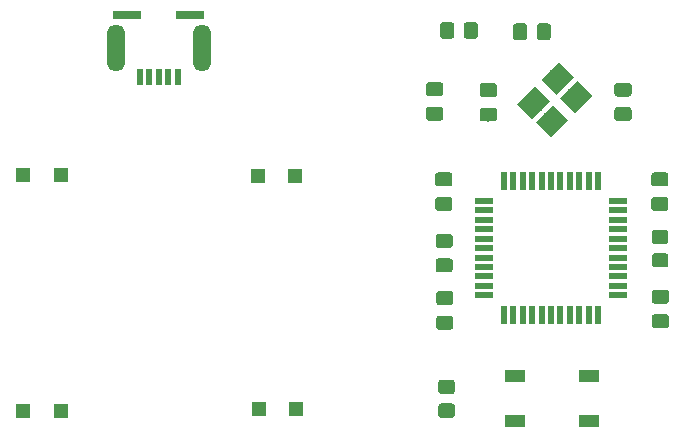
<source format=gbp>
G04 #@! TF.GenerationSoftware,KiCad,Pcbnew,(5.1.4-0-10_14)*
G04 #@! TF.CreationDate,2021-05-07T18:37:14+08:00*
G04 #@! TF.ProjectId,rqm-pcb,72716d2d-7063-4622-9e6b-696361645f70,rev?*
G04 #@! TF.SameCoordinates,Original*
G04 #@! TF.FileFunction,Paste,Bot*
G04 #@! TF.FilePolarity,Positive*
%FSLAX46Y46*%
G04 Gerber Fmt 4.6, Leading zero omitted, Abs format (unit mm)*
G04 Created by KiCad (PCBNEW (5.1.4-0-10_14)) date 2021-05-07 18:37:14*
%MOMM*%
%LPD*%
G04 APERTURE LIST*
%ADD10R,2.350000X0.800000*%
%ADD11R,0.500000X1.400000*%
%ADD12O,1.500000X4.000000*%
%ADD13C,0.100000*%
%ADD14C,1.175000*%
%ADD15R,1.200000X1.200000*%
%ADD16C,1.200000*%
%ADD17R,1.700000X1.000000*%
%ADD18R,1.500000X0.550000*%
%ADD19R,0.550000X1.500000*%
%ADD20C,1.800000*%
G04 APERTURE END LIST*
D10*
X104325000Y-77860000D03*
X98975000Y-77860000D03*
D11*
X100050000Y-83060000D03*
X100850000Y-83060000D03*
X101650000Y-83060000D03*
X102450000Y-83060000D03*
X103250000Y-83060000D03*
D12*
X98000000Y-80660000D03*
X105300000Y-80660000D03*
D13*
G36*
X130059504Y-85681204D02*
G01*
X130083773Y-85684804D01*
X130107571Y-85690765D01*
X130130671Y-85699030D01*
X130152849Y-85709520D01*
X130173893Y-85722133D01*
X130193598Y-85736747D01*
X130211777Y-85753223D01*
X130228253Y-85771402D01*
X130242867Y-85791107D01*
X130255480Y-85812151D01*
X130265970Y-85834329D01*
X130274235Y-85857429D01*
X130280196Y-85881227D01*
X130283796Y-85905496D01*
X130285000Y-85930000D01*
X130285000Y-86605000D01*
X130283796Y-86629504D01*
X130280196Y-86653773D01*
X130274235Y-86677571D01*
X130265970Y-86700671D01*
X130255480Y-86722849D01*
X130242867Y-86743893D01*
X130228253Y-86763598D01*
X130211777Y-86781777D01*
X130193598Y-86798253D01*
X130173893Y-86812867D01*
X130152849Y-86825480D01*
X130130671Y-86835970D01*
X130107571Y-86844235D01*
X130083773Y-86850196D01*
X130059504Y-86853796D01*
X130035000Y-86855000D01*
X129085000Y-86855000D01*
X129060496Y-86853796D01*
X129036227Y-86850196D01*
X129012429Y-86844235D01*
X128989329Y-86835970D01*
X128967151Y-86825480D01*
X128946107Y-86812867D01*
X128926402Y-86798253D01*
X128908223Y-86781777D01*
X128891747Y-86763598D01*
X128877133Y-86743893D01*
X128864520Y-86722849D01*
X128854030Y-86700671D01*
X128845765Y-86677571D01*
X128839804Y-86653773D01*
X128836204Y-86629504D01*
X128835000Y-86605000D01*
X128835000Y-85930000D01*
X128836204Y-85905496D01*
X128839804Y-85881227D01*
X128845765Y-85857429D01*
X128854030Y-85834329D01*
X128864520Y-85812151D01*
X128877133Y-85791107D01*
X128891747Y-85771402D01*
X128908223Y-85753223D01*
X128926402Y-85736747D01*
X128946107Y-85722133D01*
X128967151Y-85709520D01*
X128989329Y-85699030D01*
X129012429Y-85690765D01*
X129036227Y-85684804D01*
X129060496Y-85681204D01*
X129085000Y-85680000D01*
X130035000Y-85680000D01*
X130059504Y-85681204D01*
X130059504Y-85681204D01*
G37*
D14*
X129560000Y-86267500D03*
D13*
G36*
X130059504Y-83606204D02*
G01*
X130083773Y-83609804D01*
X130107571Y-83615765D01*
X130130671Y-83624030D01*
X130152849Y-83634520D01*
X130173893Y-83647133D01*
X130193598Y-83661747D01*
X130211777Y-83678223D01*
X130228253Y-83696402D01*
X130242867Y-83716107D01*
X130255480Y-83737151D01*
X130265970Y-83759329D01*
X130274235Y-83782429D01*
X130280196Y-83806227D01*
X130283796Y-83830496D01*
X130285000Y-83855000D01*
X130285000Y-84530000D01*
X130283796Y-84554504D01*
X130280196Y-84578773D01*
X130274235Y-84602571D01*
X130265970Y-84625671D01*
X130255480Y-84647849D01*
X130242867Y-84668893D01*
X130228253Y-84688598D01*
X130211777Y-84706777D01*
X130193598Y-84723253D01*
X130173893Y-84737867D01*
X130152849Y-84750480D01*
X130130671Y-84760970D01*
X130107571Y-84769235D01*
X130083773Y-84775196D01*
X130059504Y-84778796D01*
X130035000Y-84780000D01*
X129085000Y-84780000D01*
X129060496Y-84778796D01*
X129036227Y-84775196D01*
X129012429Y-84769235D01*
X128989329Y-84760970D01*
X128967151Y-84750480D01*
X128946107Y-84737867D01*
X128926402Y-84723253D01*
X128908223Y-84706777D01*
X128891747Y-84688598D01*
X128877133Y-84668893D01*
X128864520Y-84647849D01*
X128854030Y-84625671D01*
X128845765Y-84602571D01*
X128839804Y-84578773D01*
X128836204Y-84554504D01*
X128835000Y-84530000D01*
X128835000Y-83855000D01*
X128836204Y-83830496D01*
X128839804Y-83806227D01*
X128845765Y-83782429D01*
X128854030Y-83759329D01*
X128864520Y-83737151D01*
X128877133Y-83716107D01*
X128891747Y-83696402D01*
X128908223Y-83678223D01*
X128926402Y-83661747D01*
X128946107Y-83647133D01*
X128967151Y-83634520D01*
X128989329Y-83624030D01*
X129012429Y-83615765D01*
X129036227Y-83609804D01*
X129060496Y-83606204D01*
X129085000Y-83605000D01*
X130035000Y-83605000D01*
X130059504Y-83606204D01*
X130059504Y-83606204D01*
G37*
D14*
X129560000Y-84192500D03*
D13*
G36*
X141459504Y-83576204D02*
G01*
X141483773Y-83579804D01*
X141507571Y-83585765D01*
X141530671Y-83594030D01*
X141552849Y-83604520D01*
X141573893Y-83617133D01*
X141593598Y-83631747D01*
X141611777Y-83648223D01*
X141628253Y-83666402D01*
X141642867Y-83686107D01*
X141655480Y-83707151D01*
X141665970Y-83729329D01*
X141674235Y-83752429D01*
X141680196Y-83776227D01*
X141683796Y-83800496D01*
X141685000Y-83825000D01*
X141685000Y-84500000D01*
X141683796Y-84524504D01*
X141680196Y-84548773D01*
X141674235Y-84572571D01*
X141665970Y-84595671D01*
X141655480Y-84617849D01*
X141642867Y-84638893D01*
X141628253Y-84658598D01*
X141611777Y-84676777D01*
X141593598Y-84693253D01*
X141573893Y-84707867D01*
X141552849Y-84720480D01*
X141530671Y-84730970D01*
X141507571Y-84739235D01*
X141483773Y-84745196D01*
X141459504Y-84748796D01*
X141435000Y-84750000D01*
X140485000Y-84750000D01*
X140460496Y-84748796D01*
X140436227Y-84745196D01*
X140412429Y-84739235D01*
X140389329Y-84730970D01*
X140367151Y-84720480D01*
X140346107Y-84707867D01*
X140326402Y-84693253D01*
X140308223Y-84676777D01*
X140291747Y-84658598D01*
X140277133Y-84638893D01*
X140264520Y-84617849D01*
X140254030Y-84595671D01*
X140245765Y-84572571D01*
X140239804Y-84548773D01*
X140236204Y-84524504D01*
X140235000Y-84500000D01*
X140235000Y-83825000D01*
X140236204Y-83800496D01*
X140239804Y-83776227D01*
X140245765Y-83752429D01*
X140254030Y-83729329D01*
X140264520Y-83707151D01*
X140277133Y-83686107D01*
X140291747Y-83666402D01*
X140308223Y-83648223D01*
X140326402Y-83631747D01*
X140346107Y-83617133D01*
X140367151Y-83604520D01*
X140389329Y-83594030D01*
X140412429Y-83585765D01*
X140436227Y-83579804D01*
X140460496Y-83576204D01*
X140485000Y-83575000D01*
X141435000Y-83575000D01*
X141459504Y-83576204D01*
X141459504Y-83576204D01*
G37*
D14*
X140960000Y-84162500D03*
D13*
G36*
X141459504Y-85651204D02*
G01*
X141483773Y-85654804D01*
X141507571Y-85660765D01*
X141530671Y-85669030D01*
X141552849Y-85679520D01*
X141573893Y-85692133D01*
X141593598Y-85706747D01*
X141611777Y-85723223D01*
X141628253Y-85741402D01*
X141642867Y-85761107D01*
X141655480Y-85782151D01*
X141665970Y-85804329D01*
X141674235Y-85827429D01*
X141680196Y-85851227D01*
X141683796Y-85875496D01*
X141685000Y-85900000D01*
X141685000Y-86575000D01*
X141683796Y-86599504D01*
X141680196Y-86623773D01*
X141674235Y-86647571D01*
X141665970Y-86670671D01*
X141655480Y-86692849D01*
X141642867Y-86713893D01*
X141628253Y-86733598D01*
X141611777Y-86751777D01*
X141593598Y-86768253D01*
X141573893Y-86782867D01*
X141552849Y-86795480D01*
X141530671Y-86805970D01*
X141507571Y-86814235D01*
X141483773Y-86820196D01*
X141459504Y-86823796D01*
X141435000Y-86825000D01*
X140485000Y-86825000D01*
X140460496Y-86823796D01*
X140436227Y-86820196D01*
X140412429Y-86814235D01*
X140389329Y-86805970D01*
X140367151Y-86795480D01*
X140346107Y-86782867D01*
X140326402Y-86768253D01*
X140308223Y-86751777D01*
X140291747Y-86733598D01*
X140277133Y-86713893D01*
X140264520Y-86692849D01*
X140254030Y-86670671D01*
X140245765Y-86647571D01*
X140239804Y-86623773D01*
X140236204Y-86599504D01*
X140235000Y-86575000D01*
X140235000Y-85900000D01*
X140236204Y-85875496D01*
X140239804Y-85851227D01*
X140245765Y-85827429D01*
X140254030Y-85804329D01*
X140264520Y-85782151D01*
X140277133Y-85761107D01*
X140291747Y-85741402D01*
X140308223Y-85723223D01*
X140326402Y-85706747D01*
X140346107Y-85692133D01*
X140367151Y-85679520D01*
X140389329Y-85669030D01*
X140412429Y-85660765D01*
X140436227Y-85654804D01*
X140460496Y-85651204D01*
X140485000Y-85650000D01*
X141435000Y-85650000D01*
X141459504Y-85651204D01*
X141459504Y-85651204D01*
G37*
D14*
X140960000Y-86237500D03*
D13*
G36*
X144619504Y-101106204D02*
G01*
X144643773Y-101109804D01*
X144667571Y-101115765D01*
X144690671Y-101124030D01*
X144712849Y-101134520D01*
X144733893Y-101147133D01*
X144753598Y-101161747D01*
X144771777Y-101178223D01*
X144788253Y-101196402D01*
X144802867Y-101216107D01*
X144815480Y-101237151D01*
X144825970Y-101259329D01*
X144834235Y-101282429D01*
X144840196Y-101306227D01*
X144843796Y-101330496D01*
X144845000Y-101355000D01*
X144845000Y-102030000D01*
X144843796Y-102054504D01*
X144840196Y-102078773D01*
X144834235Y-102102571D01*
X144825970Y-102125671D01*
X144815480Y-102147849D01*
X144802867Y-102168893D01*
X144788253Y-102188598D01*
X144771777Y-102206777D01*
X144753598Y-102223253D01*
X144733893Y-102237867D01*
X144712849Y-102250480D01*
X144690671Y-102260970D01*
X144667571Y-102269235D01*
X144643773Y-102275196D01*
X144619504Y-102278796D01*
X144595000Y-102280000D01*
X143645000Y-102280000D01*
X143620496Y-102278796D01*
X143596227Y-102275196D01*
X143572429Y-102269235D01*
X143549329Y-102260970D01*
X143527151Y-102250480D01*
X143506107Y-102237867D01*
X143486402Y-102223253D01*
X143468223Y-102206777D01*
X143451747Y-102188598D01*
X143437133Y-102168893D01*
X143424520Y-102147849D01*
X143414030Y-102125671D01*
X143405765Y-102102571D01*
X143399804Y-102078773D01*
X143396204Y-102054504D01*
X143395000Y-102030000D01*
X143395000Y-101355000D01*
X143396204Y-101330496D01*
X143399804Y-101306227D01*
X143405765Y-101282429D01*
X143414030Y-101259329D01*
X143424520Y-101237151D01*
X143437133Y-101216107D01*
X143451747Y-101196402D01*
X143468223Y-101178223D01*
X143486402Y-101161747D01*
X143506107Y-101147133D01*
X143527151Y-101134520D01*
X143549329Y-101124030D01*
X143572429Y-101115765D01*
X143596227Y-101109804D01*
X143620496Y-101106204D01*
X143645000Y-101105000D01*
X144595000Y-101105000D01*
X144619504Y-101106204D01*
X144619504Y-101106204D01*
G37*
D14*
X144120000Y-101692500D03*
D13*
G36*
X144619504Y-103181204D02*
G01*
X144643773Y-103184804D01*
X144667571Y-103190765D01*
X144690671Y-103199030D01*
X144712849Y-103209520D01*
X144733893Y-103222133D01*
X144753598Y-103236747D01*
X144771777Y-103253223D01*
X144788253Y-103271402D01*
X144802867Y-103291107D01*
X144815480Y-103312151D01*
X144825970Y-103334329D01*
X144834235Y-103357429D01*
X144840196Y-103381227D01*
X144843796Y-103405496D01*
X144845000Y-103430000D01*
X144845000Y-104105000D01*
X144843796Y-104129504D01*
X144840196Y-104153773D01*
X144834235Y-104177571D01*
X144825970Y-104200671D01*
X144815480Y-104222849D01*
X144802867Y-104243893D01*
X144788253Y-104263598D01*
X144771777Y-104281777D01*
X144753598Y-104298253D01*
X144733893Y-104312867D01*
X144712849Y-104325480D01*
X144690671Y-104335970D01*
X144667571Y-104344235D01*
X144643773Y-104350196D01*
X144619504Y-104353796D01*
X144595000Y-104355000D01*
X143645000Y-104355000D01*
X143620496Y-104353796D01*
X143596227Y-104350196D01*
X143572429Y-104344235D01*
X143549329Y-104335970D01*
X143527151Y-104325480D01*
X143506107Y-104312867D01*
X143486402Y-104298253D01*
X143468223Y-104281777D01*
X143451747Y-104263598D01*
X143437133Y-104243893D01*
X143424520Y-104222849D01*
X143414030Y-104200671D01*
X143405765Y-104177571D01*
X143399804Y-104153773D01*
X143396204Y-104129504D01*
X143395000Y-104105000D01*
X143395000Y-103430000D01*
X143396204Y-103405496D01*
X143399804Y-103381227D01*
X143405765Y-103357429D01*
X143414030Y-103334329D01*
X143424520Y-103312151D01*
X143437133Y-103291107D01*
X143451747Y-103271402D01*
X143468223Y-103253223D01*
X143486402Y-103236747D01*
X143506107Y-103222133D01*
X143527151Y-103209520D01*
X143549329Y-103199030D01*
X143572429Y-103190765D01*
X143596227Y-103184804D01*
X143620496Y-103181204D01*
X143645000Y-103180000D01*
X144595000Y-103180000D01*
X144619504Y-103181204D01*
X144619504Y-103181204D01*
G37*
D14*
X144120000Y-103767500D03*
D13*
G36*
X144579504Y-93251204D02*
G01*
X144603773Y-93254804D01*
X144627571Y-93260765D01*
X144650671Y-93269030D01*
X144672849Y-93279520D01*
X144693893Y-93292133D01*
X144713598Y-93306747D01*
X144731777Y-93323223D01*
X144748253Y-93341402D01*
X144762867Y-93361107D01*
X144775480Y-93382151D01*
X144785970Y-93404329D01*
X144794235Y-93427429D01*
X144800196Y-93451227D01*
X144803796Y-93475496D01*
X144805000Y-93500000D01*
X144805000Y-94175000D01*
X144803796Y-94199504D01*
X144800196Y-94223773D01*
X144794235Y-94247571D01*
X144785970Y-94270671D01*
X144775480Y-94292849D01*
X144762867Y-94313893D01*
X144748253Y-94333598D01*
X144731777Y-94351777D01*
X144713598Y-94368253D01*
X144693893Y-94382867D01*
X144672849Y-94395480D01*
X144650671Y-94405970D01*
X144627571Y-94414235D01*
X144603773Y-94420196D01*
X144579504Y-94423796D01*
X144555000Y-94425000D01*
X143605000Y-94425000D01*
X143580496Y-94423796D01*
X143556227Y-94420196D01*
X143532429Y-94414235D01*
X143509329Y-94405970D01*
X143487151Y-94395480D01*
X143466107Y-94382867D01*
X143446402Y-94368253D01*
X143428223Y-94351777D01*
X143411747Y-94333598D01*
X143397133Y-94313893D01*
X143384520Y-94292849D01*
X143374030Y-94270671D01*
X143365765Y-94247571D01*
X143359804Y-94223773D01*
X143356204Y-94199504D01*
X143355000Y-94175000D01*
X143355000Y-93500000D01*
X143356204Y-93475496D01*
X143359804Y-93451227D01*
X143365765Y-93427429D01*
X143374030Y-93404329D01*
X143384520Y-93382151D01*
X143397133Y-93361107D01*
X143411747Y-93341402D01*
X143428223Y-93323223D01*
X143446402Y-93306747D01*
X143466107Y-93292133D01*
X143487151Y-93279520D01*
X143509329Y-93269030D01*
X143532429Y-93260765D01*
X143556227Y-93254804D01*
X143580496Y-93251204D01*
X143605000Y-93250000D01*
X144555000Y-93250000D01*
X144579504Y-93251204D01*
X144579504Y-93251204D01*
G37*
D14*
X144080000Y-93837500D03*
D13*
G36*
X144579504Y-91176204D02*
G01*
X144603773Y-91179804D01*
X144627571Y-91185765D01*
X144650671Y-91194030D01*
X144672849Y-91204520D01*
X144693893Y-91217133D01*
X144713598Y-91231747D01*
X144731777Y-91248223D01*
X144748253Y-91266402D01*
X144762867Y-91286107D01*
X144775480Y-91307151D01*
X144785970Y-91329329D01*
X144794235Y-91352429D01*
X144800196Y-91376227D01*
X144803796Y-91400496D01*
X144805000Y-91425000D01*
X144805000Y-92100000D01*
X144803796Y-92124504D01*
X144800196Y-92148773D01*
X144794235Y-92172571D01*
X144785970Y-92195671D01*
X144775480Y-92217849D01*
X144762867Y-92238893D01*
X144748253Y-92258598D01*
X144731777Y-92276777D01*
X144713598Y-92293253D01*
X144693893Y-92307867D01*
X144672849Y-92320480D01*
X144650671Y-92330970D01*
X144627571Y-92339235D01*
X144603773Y-92345196D01*
X144579504Y-92348796D01*
X144555000Y-92350000D01*
X143605000Y-92350000D01*
X143580496Y-92348796D01*
X143556227Y-92345196D01*
X143532429Y-92339235D01*
X143509329Y-92330970D01*
X143487151Y-92320480D01*
X143466107Y-92307867D01*
X143446402Y-92293253D01*
X143428223Y-92276777D01*
X143411747Y-92258598D01*
X143397133Y-92238893D01*
X143384520Y-92217849D01*
X143374030Y-92195671D01*
X143365765Y-92172571D01*
X143359804Y-92148773D01*
X143356204Y-92124504D01*
X143355000Y-92100000D01*
X143355000Y-91425000D01*
X143356204Y-91400496D01*
X143359804Y-91376227D01*
X143365765Y-91352429D01*
X143374030Y-91329329D01*
X143384520Y-91307151D01*
X143397133Y-91286107D01*
X143411747Y-91266402D01*
X143428223Y-91248223D01*
X143446402Y-91231747D01*
X143466107Y-91217133D01*
X143487151Y-91204520D01*
X143509329Y-91194030D01*
X143532429Y-91185765D01*
X143556227Y-91179804D01*
X143580496Y-91176204D01*
X143605000Y-91175000D01*
X144555000Y-91175000D01*
X144579504Y-91176204D01*
X144579504Y-91176204D01*
G37*
D14*
X144080000Y-91762500D03*
D13*
G36*
X126289504Y-93251204D02*
G01*
X126313773Y-93254804D01*
X126337571Y-93260765D01*
X126360671Y-93269030D01*
X126382849Y-93279520D01*
X126403893Y-93292133D01*
X126423598Y-93306747D01*
X126441777Y-93323223D01*
X126458253Y-93341402D01*
X126472867Y-93361107D01*
X126485480Y-93382151D01*
X126495970Y-93404329D01*
X126504235Y-93427429D01*
X126510196Y-93451227D01*
X126513796Y-93475496D01*
X126515000Y-93500000D01*
X126515000Y-94175000D01*
X126513796Y-94199504D01*
X126510196Y-94223773D01*
X126504235Y-94247571D01*
X126495970Y-94270671D01*
X126485480Y-94292849D01*
X126472867Y-94313893D01*
X126458253Y-94333598D01*
X126441777Y-94351777D01*
X126423598Y-94368253D01*
X126403893Y-94382867D01*
X126382849Y-94395480D01*
X126360671Y-94405970D01*
X126337571Y-94414235D01*
X126313773Y-94420196D01*
X126289504Y-94423796D01*
X126265000Y-94425000D01*
X125315000Y-94425000D01*
X125290496Y-94423796D01*
X125266227Y-94420196D01*
X125242429Y-94414235D01*
X125219329Y-94405970D01*
X125197151Y-94395480D01*
X125176107Y-94382867D01*
X125156402Y-94368253D01*
X125138223Y-94351777D01*
X125121747Y-94333598D01*
X125107133Y-94313893D01*
X125094520Y-94292849D01*
X125084030Y-94270671D01*
X125075765Y-94247571D01*
X125069804Y-94223773D01*
X125066204Y-94199504D01*
X125065000Y-94175000D01*
X125065000Y-93500000D01*
X125066204Y-93475496D01*
X125069804Y-93451227D01*
X125075765Y-93427429D01*
X125084030Y-93404329D01*
X125094520Y-93382151D01*
X125107133Y-93361107D01*
X125121747Y-93341402D01*
X125138223Y-93323223D01*
X125156402Y-93306747D01*
X125176107Y-93292133D01*
X125197151Y-93279520D01*
X125219329Y-93269030D01*
X125242429Y-93260765D01*
X125266227Y-93254804D01*
X125290496Y-93251204D01*
X125315000Y-93250000D01*
X126265000Y-93250000D01*
X126289504Y-93251204D01*
X126289504Y-93251204D01*
G37*
D14*
X125790000Y-93837500D03*
D13*
G36*
X126289504Y-91176204D02*
G01*
X126313773Y-91179804D01*
X126337571Y-91185765D01*
X126360671Y-91194030D01*
X126382849Y-91204520D01*
X126403893Y-91217133D01*
X126423598Y-91231747D01*
X126441777Y-91248223D01*
X126458253Y-91266402D01*
X126472867Y-91286107D01*
X126485480Y-91307151D01*
X126495970Y-91329329D01*
X126504235Y-91352429D01*
X126510196Y-91376227D01*
X126513796Y-91400496D01*
X126515000Y-91425000D01*
X126515000Y-92100000D01*
X126513796Y-92124504D01*
X126510196Y-92148773D01*
X126504235Y-92172571D01*
X126495970Y-92195671D01*
X126485480Y-92217849D01*
X126472867Y-92238893D01*
X126458253Y-92258598D01*
X126441777Y-92276777D01*
X126423598Y-92293253D01*
X126403893Y-92307867D01*
X126382849Y-92320480D01*
X126360671Y-92330970D01*
X126337571Y-92339235D01*
X126313773Y-92345196D01*
X126289504Y-92348796D01*
X126265000Y-92350000D01*
X125315000Y-92350000D01*
X125290496Y-92348796D01*
X125266227Y-92345196D01*
X125242429Y-92339235D01*
X125219329Y-92330970D01*
X125197151Y-92320480D01*
X125176107Y-92307867D01*
X125156402Y-92293253D01*
X125138223Y-92276777D01*
X125121747Y-92258598D01*
X125107133Y-92238893D01*
X125094520Y-92217849D01*
X125084030Y-92195671D01*
X125075765Y-92172571D01*
X125069804Y-92148773D01*
X125066204Y-92124504D01*
X125065000Y-92100000D01*
X125065000Y-91425000D01*
X125066204Y-91400496D01*
X125069804Y-91376227D01*
X125075765Y-91352429D01*
X125084030Y-91329329D01*
X125094520Y-91307151D01*
X125107133Y-91286107D01*
X125121747Y-91266402D01*
X125138223Y-91248223D01*
X125156402Y-91231747D01*
X125176107Y-91217133D01*
X125197151Y-91204520D01*
X125219329Y-91194030D01*
X125242429Y-91185765D01*
X125266227Y-91179804D01*
X125290496Y-91176204D01*
X125315000Y-91175000D01*
X126265000Y-91175000D01*
X126289504Y-91176204D01*
X126289504Y-91176204D01*
G37*
D14*
X125790000Y-91762500D03*
D13*
G36*
X125509504Y-83536204D02*
G01*
X125533773Y-83539804D01*
X125557571Y-83545765D01*
X125580671Y-83554030D01*
X125602849Y-83564520D01*
X125623893Y-83577133D01*
X125643598Y-83591747D01*
X125661777Y-83608223D01*
X125678253Y-83626402D01*
X125692867Y-83646107D01*
X125705480Y-83667151D01*
X125715970Y-83689329D01*
X125724235Y-83712429D01*
X125730196Y-83736227D01*
X125733796Y-83760496D01*
X125735000Y-83785000D01*
X125735000Y-84460000D01*
X125733796Y-84484504D01*
X125730196Y-84508773D01*
X125724235Y-84532571D01*
X125715970Y-84555671D01*
X125705480Y-84577849D01*
X125692867Y-84598893D01*
X125678253Y-84618598D01*
X125661777Y-84636777D01*
X125643598Y-84653253D01*
X125623893Y-84667867D01*
X125602849Y-84680480D01*
X125580671Y-84690970D01*
X125557571Y-84699235D01*
X125533773Y-84705196D01*
X125509504Y-84708796D01*
X125485000Y-84710000D01*
X124535000Y-84710000D01*
X124510496Y-84708796D01*
X124486227Y-84705196D01*
X124462429Y-84699235D01*
X124439329Y-84690970D01*
X124417151Y-84680480D01*
X124396107Y-84667867D01*
X124376402Y-84653253D01*
X124358223Y-84636777D01*
X124341747Y-84618598D01*
X124327133Y-84598893D01*
X124314520Y-84577849D01*
X124304030Y-84555671D01*
X124295765Y-84532571D01*
X124289804Y-84508773D01*
X124286204Y-84484504D01*
X124285000Y-84460000D01*
X124285000Y-83785000D01*
X124286204Y-83760496D01*
X124289804Y-83736227D01*
X124295765Y-83712429D01*
X124304030Y-83689329D01*
X124314520Y-83667151D01*
X124327133Y-83646107D01*
X124341747Y-83626402D01*
X124358223Y-83608223D01*
X124376402Y-83591747D01*
X124396107Y-83577133D01*
X124417151Y-83564520D01*
X124439329Y-83554030D01*
X124462429Y-83545765D01*
X124486227Y-83539804D01*
X124510496Y-83536204D01*
X124535000Y-83535000D01*
X125485000Y-83535000D01*
X125509504Y-83536204D01*
X125509504Y-83536204D01*
G37*
D14*
X125010000Y-84122500D03*
D13*
G36*
X125509504Y-85611204D02*
G01*
X125533773Y-85614804D01*
X125557571Y-85620765D01*
X125580671Y-85629030D01*
X125602849Y-85639520D01*
X125623893Y-85652133D01*
X125643598Y-85666747D01*
X125661777Y-85683223D01*
X125678253Y-85701402D01*
X125692867Y-85721107D01*
X125705480Y-85742151D01*
X125715970Y-85764329D01*
X125724235Y-85787429D01*
X125730196Y-85811227D01*
X125733796Y-85835496D01*
X125735000Y-85860000D01*
X125735000Y-86535000D01*
X125733796Y-86559504D01*
X125730196Y-86583773D01*
X125724235Y-86607571D01*
X125715970Y-86630671D01*
X125705480Y-86652849D01*
X125692867Y-86673893D01*
X125678253Y-86693598D01*
X125661777Y-86711777D01*
X125643598Y-86728253D01*
X125623893Y-86742867D01*
X125602849Y-86755480D01*
X125580671Y-86765970D01*
X125557571Y-86774235D01*
X125533773Y-86780196D01*
X125509504Y-86783796D01*
X125485000Y-86785000D01*
X124535000Y-86785000D01*
X124510496Y-86783796D01*
X124486227Y-86780196D01*
X124462429Y-86774235D01*
X124439329Y-86765970D01*
X124417151Y-86755480D01*
X124396107Y-86742867D01*
X124376402Y-86728253D01*
X124358223Y-86711777D01*
X124341747Y-86693598D01*
X124327133Y-86673893D01*
X124314520Y-86652849D01*
X124304030Y-86630671D01*
X124295765Y-86607571D01*
X124289804Y-86583773D01*
X124286204Y-86559504D01*
X124285000Y-86535000D01*
X124285000Y-85860000D01*
X124286204Y-85835496D01*
X124289804Y-85811227D01*
X124295765Y-85787429D01*
X124304030Y-85764329D01*
X124314520Y-85742151D01*
X124327133Y-85721107D01*
X124341747Y-85701402D01*
X124358223Y-85683223D01*
X124376402Y-85666747D01*
X124396107Y-85652133D01*
X124417151Y-85639520D01*
X124439329Y-85629030D01*
X124462429Y-85620765D01*
X124486227Y-85614804D01*
X124510496Y-85611204D01*
X124535000Y-85610000D01*
X125485000Y-85610000D01*
X125509504Y-85611204D01*
X125509504Y-85611204D01*
G37*
D14*
X125010000Y-86197500D03*
D13*
G36*
X126379504Y-103301204D02*
G01*
X126403773Y-103304804D01*
X126427571Y-103310765D01*
X126450671Y-103319030D01*
X126472849Y-103329520D01*
X126493893Y-103342133D01*
X126513598Y-103356747D01*
X126531777Y-103373223D01*
X126548253Y-103391402D01*
X126562867Y-103411107D01*
X126575480Y-103432151D01*
X126585970Y-103454329D01*
X126594235Y-103477429D01*
X126600196Y-103501227D01*
X126603796Y-103525496D01*
X126605000Y-103550000D01*
X126605000Y-104225000D01*
X126603796Y-104249504D01*
X126600196Y-104273773D01*
X126594235Y-104297571D01*
X126585970Y-104320671D01*
X126575480Y-104342849D01*
X126562867Y-104363893D01*
X126548253Y-104383598D01*
X126531777Y-104401777D01*
X126513598Y-104418253D01*
X126493893Y-104432867D01*
X126472849Y-104445480D01*
X126450671Y-104455970D01*
X126427571Y-104464235D01*
X126403773Y-104470196D01*
X126379504Y-104473796D01*
X126355000Y-104475000D01*
X125405000Y-104475000D01*
X125380496Y-104473796D01*
X125356227Y-104470196D01*
X125332429Y-104464235D01*
X125309329Y-104455970D01*
X125287151Y-104445480D01*
X125266107Y-104432867D01*
X125246402Y-104418253D01*
X125228223Y-104401777D01*
X125211747Y-104383598D01*
X125197133Y-104363893D01*
X125184520Y-104342849D01*
X125174030Y-104320671D01*
X125165765Y-104297571D01*
X125159804Y-104273773D01*
X125156204Y-104249504D01*
X125155000Y-104225000D01*
X125155000Y-103550000D01*
X125156204Y-103525496D01*
X125159804Y-103501227D01*
X125165765Y-103477429D01*
X125174030Y-103454329D01*
X125184520Y-103432151D01*
X125197133Y-103411107D01*
X125211747Y-103391402D01*
X125228223Y-103373223D01*
X125246402Y-103356747D01*
X125266107Y-103342133D01*
X125287151Y-103329520D01*
X125309329Y-103319030D01*
X125332429Y-103310765D01*
X125356227Y-103304804D01*
X125380496Y-103301204D01*
X125405000Y-103300000D01*
X126355000Y-103300000D01*
X126379504Y-103301204D01*
X126379504Y-103301204D01*
G37*
D14*
X125880000Y-103887500D03*
D13*
G36*
X126379504Y-101226204D02*
G01*
X126403773Y-101229804D01*
X126427571Y-101235765D01*
X126450671Y-101244030D01*
X126472849Y-101254520D01*
X126493893Y-101267133D01*
X126513598Y-101281747D01*
X126531777Y-101298223D01*
X126548253Y-101316402D01*
X126562867Y-101336107D01*
X126575480Y-101357151D01*
X126585970Y-101379329D01*
X126594235Y-101402429D01*
X126600196Y-101426227D01*
X126603796Y-101450496D01*
X126605000Y-101475000D01*
X126605000Y-102150000D01*
X126603796Y-102174504D01*
X126600196Y-102198773D01*
X126594235Y-102222571D01*
X126585970Y-102245671D01*
X126575480Y-102267849D01*
X126562867Y-102288893D01*
X126548253Y-102308598D01*
X126531777Y-102326777D01*
X126513598Y-102343253D01*
X126493893Y-102357867D01*
X126472849Y-102370480D01*
X126450671Y-102380970D01*
X126427571Y-102389235D01*
X126403773Y-102395196D01*
X126379504Y-102398796D01*
X126355000Y-102400000D01*
X125405000Y-102400000D01*
X125380496Y-102398796D01*
X125356227Y-102395196D01*
X125332429Y-102389235D01*
X125309329Y-102380970D01*
X125287151Y-102370480D01*
X125266107Y-102357867D01*
X125246402Y-102343253D01*
X125228223Y-102326777D01*
X125211747Y-102308598D01*
X125197133Y-102288893D01*
X125184520Y-102267849D01*
X125174030Y-102245671D01*
X125165765Y-102222571D01*
X125159804Y-102198773D01*
X125156204Y-102174504D01*
X125155000Y-102150000D01*
X125155000Y-101475000D01*
X125156204Y-101450496D01*
X125159804Y-101426227D01*
X125165765Y-101402429D01*
X125174030Y-101379329D01*
X125184520Y-101357151D01*
X125197133Y-101336107D01*
X125211747Y-101316402D01*
X125228223Y-101298223D01*
X125246402Y-101281747D01*
X125266107Y-101267133D01*
X125287151Y-101254520D01*
X125309329Y-101244030D01*
X125332429Y-101235765D01*
X125356227Y-101229804D01*
X125380496Y-101226204D01*
X125405000Y-101225000D01*
X126355000Y-101225000D01*
X126379504Y-101226204D01*
X126379504Y-101226204D01*
G37*
D14*
X125880000Y-101812500D03*
D13*
G36*
X126309504Y-96376204D02*
G01*
X126333773Y-96379804D01*
X126357571Y-96385765D01*
X126380671Y-96394030D01*
X126402849Y-96404520D01*
X126423893Y-96417133D01*
X126443598Y-96431747D01*
X126461777Y-96448223D01*
X126478253Y-96466402D01*
X126492867Y-96486107D01*
X126505480Y-96507151D01*
X126515970Y-96529329D01*
X126524235Y-96552429D01*
X126530196Y-96576227D01*
X126533796Y-96600496D01*
X126535000Y-96625000D01*
X126535000Y-97300000D01*
X126533796Y-97324504D01*
X126530196Y-97348773D01*
X126524235Y-97372571D01*
X126515970Y-97395671D01*
X126505480Y-97417849D01*
X126492867Y-97438893D01*
X126478253Y-97458598D01*
X126461777Y-97476777D01*
X126443598Y-97493253D01*
X126423893Y-97507867D01*
X126402849Y-97520480D01*
X126380671Y-97530970D01*
X126357571Y-97539235D01*
X126333773Y-97545196D01*
X126309504Y-97548796D01*
X126285000Y-97550000D01*
X125335000Y-97550000D01*
X125310496Y-97548796D01*
X125286227Y-97545196D01*
X125262429Y-97539235D01*
X125239329Y-97530970D01*
X125217151Y-97520480D01*
X125196107Y-97507867D01*
X125176402Y-97493253D01*
X125158223Y-97476777D01*
X125141747Y-97458598D01*
X125127133Y-97438893D01*
X125114520Y-97417849D01*
X125104030Y-97395671D01*
X125095765Y-97372571D01*
X125089804Y-97348773D01*
X125086204Y-97324504D01*
X125085000Y-97300000D01*
X125085000Y-96625000D01*
X125086204Y-96600496D01*
X125089804Y-96576227D01*
X125095765Y-96552429D01*
X125104030Y-96529329D01*
X125114520Y-96507151D01*
X125127133Y-96486107D01*
X125141747Y-96466402D01*
X125158223Y-96448223D01*
X125176402Y-96431747D01*
X125196107Y-96417133D01*
X125217151Y-96404520D01*
X125239329Y-96394030D01*
X125262429Y-96385765D01*
X125286227Y-96379804D01*
X125310496Y-96376204D01*
X125335000Y-96375000D01*
X126285000Y-96375000D01*
X126309504Y-96376204D01*
X126309504Y-96376204D01*
G37*
D14*
X125810000Y-96962500D03*
D13*
G36*
X126309504Y-98451204D02*
G01*
X126333773Y-98454804D01*
X126357571Y-98460765D01*
X126380671Y-98469030D01*
X126402849Y-98479520D01*
X126423893Y-98492133D01*
X126443598Y-98506747D01*
X126461777Y-98523223D01*
X126478253Y-98541402D01*
X126492867Y-98561107D01*
X126505480Y-98582151D01*
X126515970Y-98604329D01*
X126524235Y-98627429D01*
X126530196Y-98651227D01*
X126533796Y-98675496D01*
X126535000Y-98700000D01*
X126535000Y-99375000D01*
X126533796Y-99399504D01*
X126530196Y-99423773D01*
X126524235Y-99447571D01*
X126515970Y-99470671D01*
X126505480Y-99492849D01*
X126492867Y-99513893D01*
X126478253Y-99533598D01*
X126461777Y-99551777D01*
X126443598Y-99568253D01*
X126423893Y-99582867D01*
X126402849Y-99595480D01*
X126380671Y-99605970D01*
X126357571Y-99614235D01*
X126333773Y-99620196D01*
X126309504Y-99623796D01*
X126285000Y-99625000D01*
X125335000Y-99625000D01*
X125310496Y-99623796D01*
X125286227Y-99620196D01*
X125262429Y-99614235D01*
X125239329Y-99605970D01*
X125217151Y-99595480D01*
X125196107Y-99582867D01*
X125176402Y-99568253D01*
X125158223Y-99551777D01*
X125141747Y-99533598D01*
X125127133Y-99513893D01*
X125114520Y-99492849D01*
X125104030Y-99470671D01*
X125095765Y-99447571D01*
X125089804Y-99423773D01*
X125086204Y-99399504D01*
X125085000Y-99375000D01*
X125085000Y-98700000D01*
X125086204Y-98675496D01*
X125089804Y-98651227D01*
X125095765Y-98627429D01*
X125104030Y-98604329D01*
X125114520Y-98582151D01*
X125127133Y-98561107D01*
X125141747Y-98541402D01*
X125158223Y-98523223D01*
X125176402Y-98506747D01*
X125196107Y-98492133D01*
X125217151Y-98479520D01*
X125239329Y-98469030D01*
X125262429Y-98460765D01*
X125286227Y-98454804D01*
X125310496Y-98451204D01*
X125335000Y-98450000D01*
X126285000Y-98450000D01*
X126309504Y-98451204D01*
X126309504Y-98451204D01*
G37*
D14*
X125810000Y-99037500D03*
D15*
X93345000Y-91390000D03*
X90195000Y-91390000D03*
X90195000Y-111360000D03*
X93345000Y-111360000D03*
X113215000Y-91490000D03*
X110065000Y-91490000D03*
X110165000Y-111160000D03*
X113315000Y-111160000D03*
D13*
G36*
X126494505Y-110731204D02*
G01*
X126518773Y-110734804D01*
X126542572Y-110740765D01*
X126565671Y-110749030D01*
X126587850Y-110759520D01*
X126608893Y-110772132D01*
X126628599Y-110786747D01*
X126646777Y-110803223D01*
X126663253Y-110821401D01*
X126677868Y-110841107D01*
X126690480Y-110862150D01*
X126700970Y-110884329D01*
X126709235Y-110907428D01*
X126715196Y-110931227D01*
X126718796Y-110955495D01*
X126720000Y-110979999D01*
X126720000Y-111680001D01*
X126718796Y-111704505D01*
X126715196Y-111728773D01*
X126709235Y-111752572D01*
X126700970Y-111775671D01*
X126690480Y-111797850D01*
X126677868Y-111818893D01*
X126663253Y-111838599D01*
X126646777Y-111856777D01*
X126628599Y-111873253D01*
X126608893Y-111887868D01*
X126587850Y-111900480D01*
X126565671Y-111910970D01*
X126542572Y-111919235D01*
X126518773Y-111925196D01*
X126494505Y-111928796D01*
X126470001Y-111930000D01*
X125569999Y-111930000D01*
X125545495Y-111928796D01*
X125521227Y-111925196D01*
X125497428Y-111919235D01*
X125474329Y-111910970D01*
X125452150Y-111900480D01*
X125431107Y-111887868D01*
X125411401Y-111873253D01*
X125393223Y-111856777D01*
X125376747Y-111838599D01*
X125362132Y-111818893D01*
X125349520Y-111797850D01*
X125339030Y-111775671D01*
X125330765Y-111752572D01*
X125324804Y-111728773D01*
X125321204Y-111704505D01*
X125320000Y-111680001D01*
X125320000Y-110979999D01*
X125321204Y-110955495D01*
X125324804Y-110931227D01*
X125330765Y-110907428D01*
X125339030Y-110884329D01*
X125349520Y-110862150D01*
X125362132Y-110841107D01*
X125376747Y-110821401D01*
X125393223Y-110803223D01*
X125411401Y-110786747D01*
X125431107Y-110772132D01*
X125452150Y-110759520D01*
X125474329Y-110749030D01*
X125497428Y-110740765D01*
X125521227Y-110734804D01*
X125545495Y-110731204D01*
X125569999Y-110730000D01*
X126470001Y-110730000D01*
X126494505Y-110731204D01*
X126494505Y-110731204D01*
G37*
D16*
X126020000Y-111330000D03*
D13*
G36*
X126494505Y-108731204D02*
G01*
X126518773Y-108734804D01*
X126542572Y-108740765D01*
X126565671Y-108749030D01*
X126587850Y-108759520D01*
X126608893Y-108772132D01*
X126628599Y-108786747D01*
X126646777Y-108803223D01*
X126663253Y-108821401D01*
X126677868Y-108841107D01*
X126690480Y-108862150D01*
X126700970Y-108884329D01*
X126709235Y-108907428D01*
X126715196Y-108931227D01*
X126718796Y-108955495D01*
X126720000Y-108979999D01*
X126720000Y-109680001D01*
X126718796Y-109704505D01*
X126715196Y-109728773D01*
X126709235Y-109752572D01*
X126700970Y-109775671D01*
X126690480Y-109797850D01*
X126677868Y-109818893D01*
X126663253Y-109838599D01*
X126646777Y-109856777D01*
X126628599Y-109873253D01*
X126608893Y-109887868D01*
X126587850Y-109900480D01*
X126565671Y-109910970D01*
X126542572Y-109919235D01*
X126518773Y-109925196D01*
X126494505Y-109928796D01*
X126470001Y-109930000D01*
X125569999Y-109930000D01*
X125545495Y-109928796D01*
X125521227Y-109925196D01*
X125497428Y-109919235D01*
X125474329Y-109910970D01*
X125452150Y-109900480D01*
X125431107Y-109887868D01*
X125411401Y-109873253D01*
X125393223Y-109856777D01*
X125376747Y-109838599D01*
X125362132Y-109818893D01*
X125349520Y-109797850D01*
X125339030Y-109775671D01*
X125330765Y-109752572D01*
X125324804Y-109728773D01*
X125321204Y-109704505D01*
X125320000Y-109680001D01*
X125320000Y-108979999D01*
X125321204Y-108955495D01*
X125324804Y-108931227D01*
X125330765Y-108907428D01*
X125339030Y-108884329D01*
X125349520Y-108862150D01*
X125362132Y-108841107D01*
X125376747Y-108821401D01*
X125393223Y-108803223D01*
X125411401Y-108786747D01*
X125431107Y-108772132D01*
X125452150Y-108759520D01*
X125474329Y-108749030D01*
X125497428Y-108740765D01*
X125521227Y-108734804D01*
X125545495Y-108731204D01*
X125569999Y-108730000D01*
X126470001Y-108730000D01*
X126494505Y-108731204D01*
X126494505Y-108731204D01*
G37*
D16*
X126020000Y-109330000D03*
D13*
G36*
X144584505Y-98021204D02*
G01*
X144608773Y-98024804D01*
X144632572Y-98030765D01*
X144655671Y-98039030D01*
X144677850Y-98049520D01*
X144698893Y-98062132D01*
X144718599Y-98076747D01*
X144736777Y-98093223D01*
X144753253Y-98111401D01*
X144767868Y-98131107D01*
X144780480Y-98152150D01*
X144790970Y-98174329D01*
X144799235Y-98197428D01*
X144805196Y-98221227D01*
X144808796Y-98245495D01*
X144810000Y-98269999D01*
X144810000Y-98970001D01*
X144808796Y-98994505D01*
X144805196Y-99018773D01*
X144799235Y-99042572D01*
X144790970Y-99065671D01*
X144780480Y-99087850D01*
X144767868Y-99108893D01*
X144753253Y-99128599D01*
X144736777Y-99146777D01*
X144718599Y-99163253D01*
X144698893Y-99177868D01*
X144677850Y-99190480D01*
X144655671Y-99200970D01*
X144632572Y-99209235D01*
X144608773Y-99215196D01*
X144584505Y-99218796D01*
X144560001Y-99220000D01*
X143659999Y-99220000D01*
X143635495Y-99218796D01*
X143611227Y-99215196D01*
X143587428Y-99209235D01*
X143564329Y-99200970D01*
X143542150Y-99190480D01*
X143521107Y-99177868D01*
X143501401Y-99163253D01*
X143483223Y-99146777D01*
X143466747Y-99128599D01*
X143452132Y-99108893D01*
X143439520Y-99087850D01*
X143429030Y-99065671D01*
X143420765Y-99042572D01*
X143414804Y-99018773D01*
X143411204Y-98994505D01*
X143410000Y-98970001D01*
X143410000Y-98269999D01*
X143411204Y-98245495D01*
X143414804Y-98221227D01*
X143420765Y-98197428D01*
X143429030Y-98174329D01*
X143439520Y-98152150D01*
X143452132Y-98131107D01*
X143466747Y-98111401D01*
X143483223Y-98093223D01*
X143501401Y-98076747D01*
X143521107Y-98062132D01*
X143542150Y-98049520D01*
X143564329Y-98039030D01*
X143587428Y-98030765D01*
X143611227Y-98024804D01*
X143635495Y-98021204D01*
X143659999Y-98020000D01*
X144560001Y-98020000D01*
X144584505Y-98021204D01*
X144584505Y-98021204D01*
G37*
D16*
X144110000Y-98620000D03*
D13*
G36*
X144584505Y-96021204D02*
G01*
X144608773Y-96024804D01*
X144632572Y-96030765D01*
X144655671Y-96039030D01*
X144677850Y-96049520D01*
X144698893Y-96062132D01*
X144718599Y-96076747D01*
X144736777Y-96093223D01*
X144753253Y-96111401D01*
X144767868Y-96131107D01*
X144780480Y-96152150D01*
X144790970Y-96174329D01*
X144799235Y-96197428D01*
X144805196Y-96221227D01*
X144808796Y-96245495D01*
X144810000Y-96269999D01*
X144810000Y-96970001D01*
X144808796Y-96994505D01*
X144805196Y-97018773D01*
X144799235Y-97042572D01*
X144790970Y-97065671D01*
X144780480Y-97087850D01*
X144767868Y-97108893D01*
X144753253Y-97128599D01*
X144736777Y-97146777D01*
X144718599Y-97163253D01*
X144698893Y-97177868D01*
X144677850Y-97190480D01*
X144655671Y-97200970D01*
X144632572Y-97209235D01*
X144608773Y-97215196D01*
X144584505Y-97218796D01*
X144560001Y-97220000D01*
X143659999Y-97220000D01*
X143635495Y-97218796D01*
X143611227Y-97215196D01*
X143587428Y-97209235D01*
X143564329Y-97200970D01*
X143542150Y-97190480D01*
X143521107Y-97177868D01*
X143501401Y-97163253D01*
X143483223Y-97146777D01*
X143466747Y-97128599D01*
X143452132Y-97108893D01*
X143439520Y-97087850D01*
X143429030Y-97065671D01*
X143420765Y-97042572D01*
X143414804Y-97018773D01*
X143411204Y-96994505D01*
X143410000Y-96970001D01*
X143410000Y-96269999D01*
X143411204Y-96245495D01*
X143414804Y-96221227D01*
X143420765Y-96197428D01*
X143429030Y-96174329D01*
X143439520Y-96152150D01*
X143452132Y-96131107D01*
X143466747Y-96111401D01*
X143483223Y-96093223D01*
X143501401Y-96076747D01*
X143521107Y-96062132D01*
X143542150Y-96049520D01*
X143564329Y-96039030D01*
X143587428Y-96030765D01*
X143611227Y-96024804D01*
X143635495Y-96021204D01*
X143659999Y-96020000D01*
X144560001Y-96020000D01*
X144584505Y-96021204D01*
X144584505Y-96021204D01*
G37*
D16*
X144110000Y-96620000D03*
D13*
G36*
X128444505Y-78451204D02*
G01*
X128468773Y-78454804D01*
X128492572Y-78460765D01*
X128515671Y-78469030D01*
X128537850Y-78479520D01*
X128558893Y-78492132D01*
X128578599Y-78506747D01*
X128596777Y-78523223D01*
X128613253Y-78541401D01*
X128627868Y-78561107D01*
X128640480Y-78582150D01*
X128650970Y-78604329D01*
X128659235Y-78627428D01*
X128665196Y-78651227D01*
X128668796Y-78675495D01*
X128670000Y-78699999D01*
X128670000Y-79600001D01*
X128668796Y-79624505D01*
X128665196Y-79648773D01*
X128659235Y-79672572D01*
X128650970Y-79695671D01*
X128640480Y-79717850D01*
X128627868Y-79738893D01*
X128613253Y-79758599D01*
X128596777Y-79776777D01*
X128578599Y-79793253D01*
X128558893Y-79807868D01*
X128537850Y-79820480D01*
X128515671Y-79830970D01*
X128492572Y-79839235D01*
X128468773Y-79845196D01*
X128444505Y-79848796D01*
X128420001Y-79850000D01*
X127719999Y-79850000D01*
X127695495Y-79848796D01*
X127671227Y-79845196D01*
X127647428Y-79839235D01*
X127624329Y-79830970D01*
X127602150Y-79820480D01*
X127581107Y-79807868D01*
X127561401Y-79793253D01*
X127543223Y-79776777D01*
X127526747Y-79758599D01*
X127512132Y-79738893D01*
X127499520Y-79717850D01*
X127489030Y-79695671D01*
X127480765Y-79672572D01*
X127474804Y-79648773D01*
X127471204Y-79624505D01*
X127470000Y-79600001D01*
X127470000Y-78699999D01*
X127471204Y-78675495D01*
X127474804Y-78651227D01*
X127480765Y-78627428D01*
X127489030Y-78604329D01*
X127499520Y-78582150D01*
X127512132Y-78561107D01*
X127526747Y-78541401D01*
X127543223Y-78523223D01*
X127561401Y-78506747D01*
X127581107Y-78492132D01*
X127602150Y-78479520D01*
X127624329Y-78469030D01*
X127647428Y-78460765D01*
X127671227Y-78454804D01*
X127695495Y-78451204D01*
X127719999Y-78450000D01*
X128420001Y-78450000D01*
X128444505Y-78451204D01*
X128444505Y-78451204D01*
G37*
D16*
X128070000Y-79150000D03*
D13*
G36*
X126444505Y-78451204D02*
G01*
X126468773Y-78454804D01*
X126492572Y-78460765D01*
X126515671Y-78469030D01*
X126537850Y-78479520D01*
X126558893Y-78492132D01*
X126578599Y-78506747D01*
X126596777Y-78523223D01*
X126613253Y-78541401D01*
X126627868Y-78561107D01*
X126640480Y-78582150D01*
X126650970Y-78604329D01*
X126659235Y-78627428D01*
X126665196Y-78651227D01*
X126668796Y-78675495D01*
X126670000Y-78699999D01*
X126670000Y-79600001D01*
X126668796Y-79624505D01*
X126665196Y-79648773D01*
X126659235Y-79672572D01*
X126650970Y-79695671D01*
X126640480Y-79717850D01*
X126627868Y-79738893D01*
X126613253Y-79758599D01*
X126596777Y-79776777D01*
X126578599Y-79793253D01*
X126558893Y-79807868D01*
X126537850Y-79820480D01*
X126515671Y-79830970D01*
X126492572Y-79839235D01*
X126468773Y-79845196D01*
X126444505Y-79848796D01*
X126420001Y-79850000D01*
X125719999Y-79850000D01*
X125695495Y-79848796D01*
X125671227Y-79845196D01*
X125647428Y-79839235D01*
X125624329Y-79830970D01*
X125602150Y-79820480D01*
X125581107Y-79807868D01*
X125561401Y-79793253D01*
X125543223Y-79776777D01*
X125526747Y-79758599D01*
X125512132Y-79738893D01*
X125499520Y-79717850D01*
X125489030Y-79695671D01*
X125480765Y-79672572D01*
X125474804Y-79648773D01*
X125471204Y-79624505D01*
X125470000Y-79600001D01*
X125470000Y-78699999D01*
X125471204Y-78675495D01*
X125474804Y-78651227D01*
X125480765Y-78627428D01*
X125489030Y-78604329D01*
X125499520Y-78582150D01*
X125512132Y-78561107D01*
X125526747Y-78541401D01*
X125543223Y-78523223D01*
X125561401Y-78506747D01*
X125581107Y-78492132D01*
X125602150Y-78479520D01*
X125624329Y-78469030D01*
X125647428Y-78460765D01*
X125671227Y-78454804D01*
X125695495Y-78451204D01*
X125719999Y-78450000D01*
X126420001Y-78450000D01*
X126444505Y-78451204D01*
X126444505Y-78451204D01*
G37*
D16*
X126070000Y-79150000D03*
D13*
G36*
X132624505Y-78561204D02*
G01*
X132648773Y-78564804D01*
X132672572Y-78570765D01*
X132695671Y-78579030D01*
X132717850Y-78589520D01*
X132738893Y-78602132D01*
X132758599Y-78616747D01*
X132776777Y-78633223D01*
X132793253Y-78651401D01*
X132807868Y-78671107D01*
X132820480Y-78692150D01*
X132830970Y-78714329D01*
X132839235Y-78737428D01*
X132845196Y-78761227D01*
X132848796Y-78785495D01*
X132850000Y-78809999D01*
X132850000Y-79710001D01*
X132848796Y-79734505D01*
X132845196Y-79758773D01*
X132839235Y-79782572D01*
X132830970Y-79805671D01*
X132820480Y-79827850D01*
X132807868Y-79848893D01*
X132793253Y-79868599D01*
X132776777Y-79886777D01*
X132758599Y-79903253D01*
X132738893Y-79917868D01*
X132717850Y-79930480D01*
X132695671Y-79940970D01*
X132672572Y-79949235D01*
X132648773Y-79955196D01*
X132624505Y-79958796D01*
X132600001Y-79960000D01*
X131899999Y-79960000D01*
X131875495Y-79958796D01*
X131851227Y-79955196D01*
X131827428Y-79949235D01*
X131804329Y-79940970D01*
X131782150Y-79930480D01*
X131761107Y-79917868D01*
X131741401Y-79903253D01*
X131723223Y-79886777D01*
X131706747Y-79868599D01*
X131692132Y-79848893D01*
X131679520Y-79827850D01*
X131669030Y-79805671D01*
X131660765Y-79782572D01*
X131654804Y-79758773D01*
X131651204Y-79734505D01*
X131650000Y-79710001D01*
X131650000Y-78809999D01*
X131651204Y-78785495D01*
X131654804Y-78761227D01*
X131660765Y-78737428D01*
X131669030Y-78714329D01*
X131679520Y-78692150D01*
X131692132Y-78671107D01*
X131706747Y-78651401D01*
X131723223Y-78633223D01*
X131741401Y-78616747D01*
X131761107Y-78602132D01*
X131782150Y-78589520D01*
X131804329Y-78579030D01*
X131827428Y-78570765D01*
X131851227Y-78564804D01*
X131875495Y-78561204D01*
X131899999Y-78560000D01*
X132600001Y-78560000D01*
X132624505Y-78561204D01*
X132624505Y-78561204D01*
G37*
D16*
X132250000Y-79260000D03*
D13*
G36*
X134624505Y-78561204D02*
G01*
X134648773Y-78564804D01*
X134672572Y-78570765D01*
X134695671Y-78579030D01*
X134717850Y-78589520D01*
X134738893Y-78602132D01*
X134758599Y-78616747D01*
X134776777Y-78633223D01*
X134793253Y-78651401D01*
X134807868Y-78671107D01*
X134820480Y-78692150D01*
X134830970Y-78714329D01*
X134839235Y-78737428D01*
X134845196Y-78761227D01*
X134848796Y-78785495D01*
X134850000Y-78809999D01*
X134850000Y-79710001D01*
X134848796Y-79734505D01*
X134845196Y-79758773D01*
X134839235Y-79782572D01*
X134830970Y-79805671D01*
X134820480Y-79827850D01*
X134807868Y-79848893D01*
X134793253Y-79868599D01*
X134776777Y-79886777D01*
X134758599Y-79903253D01*
X134738893Y-79917868D01*
X134717850Y-79930480D01*
X134695671Y-79940970D01*
X134672572Y-79949235D01*
X134648773Y-79955196D01*
X134624505Y-79958796D01*
X134600001Y-79960000D01*
X133899999Y-79960000D01*
X133875495Y-79958796D01*
X133851227Y-79955196D01*
X133827428Y-79949235D01*
X133804329Y-79940970D01*
X133782150Y-79930480D01*
X133761107Y-79917868D01*
X133741401Y-79903253D01*
X133723223Y-79886777D01*
X133706747Y-79868599D01*
X133692132Y-79848893D01*
X133679520Y-79827850D01*
X133669030Y-79805671D01*
X133660765Y-79782572D01*
X133654804Y-79758773D01*
X133651204Y-79734505D01*
X133650000Y-79710001D01*
X133650000Y-78809999D01*
X133651204Y-78785495D01*
X133654804Y-78761227D01*
X133660765Y-78737428D01*
X133669030Y-78714329D01*
X133679520Y-78692150D01*
X133692132Y-78671107D01*
X133706747Y-78651401D01*
X133723223Y-78633223D01*
X133741401Y-78616747D01*
X133761107Y-78602132D01*
X133782150Y-78589520D01*
X133804329Y-78579030D01*
X133827428Y-78570765D01*
X133851227Y-78564804D01*
X133875495Y-78561204D01*
X133899999Y-78560000D01*
X134600001Y-78560000D01*
X134624505Y-78561204D01*
X134624505Y-78561204D01*
G37*
D16*
X134250000Y-79260000D03*
D17*
X131780000Y-112190000D03*
X138080000Y-112190000D03*
X131780000Y-108390000D03*
X138080000Y-108390000D03*
D18*
X129160000Y-101580000D03*
X129160000Y-100780000D03*
X129160000Y-99980000D03*
X129160000Y-99180000D03*
X129160000Y-98380000D03*
X129160000Y-97580000D03*
X129160000Y-96780000D03*
X129160000Y-95980000D03*
X129160000Y-95180000D03*
X129160000Y-94380000D03*
X129160000Y-93580000D03*
D19*
X130860000Y-91880000D03*
X131660000Y-91880000D03*
X132460000Y-91880000D03*
X133260000Y-91880000D03*
X134060000Y-91880000D03*
X134860000Y-91880000D03*
X135660000Y-91880000D03*
X136460000Y-91880000D03*
X137260000Y-91880000D03*
X138060000Y-91880000D03*
X138860000Y-91880000D03*
D18*
X140560000Y-93580000D03*
X140560000Y-94380000D03*
X140560000Y-95180000D03*
X140560000Y-95980000D03*
X140560000Y-96780000D03*
X140560000Y-97580000D03*
X140560000Y-98380000D03*
X140560000Y-99180000D03*
X140560000Y-99980000D03*
X140560000Y-100780000D03*
X140560000Y-101580000D03*
D19*
X138860000Y-103280000D03*
X138060000Y-103280000D03*
X137260000Y-103280000D03*
X136460000Y-103280000D03*
X135660000Y-103280000D03*
X134860000Y-103280000D03*
X134060000Y-103280000D03*
X133260000Y-103280000D03*
X132460000Y-103280000D03*
X131660000Y-103280000D03*
X130860000Y-103280000D03*
D20*
X133396878Y-85267487D03*
D13*
G36*
X133290812Y-86646345D02*
G01*
X132018020Y-85373553D01*
X133502944Y-83888629D01*
X134775736Y-85161421D01*
X133290812Y-86646345D01*
X133290812Y-86646345D01*
G37*
D20*
X135447487Y-83216878D03*
D13*
G36*
X135341421Y-84595736D02*
G01*
X134068629Y-83322944D01*
X135553553Y-81838020D01*
X136826345Y-83110812D01*
X135341421Y-84595736D01*
X135341421Y-84595736D01*
G37*
D20*
X137003122Y-84772513D03*
D13*
G36*
X136897056Y-86151371D02*
G01*
X135624264Y-84878579D01*
X137109188Y-83393655D01*
X138381980Y-84666447D01*
X136897056Y-86151371D01*
X136897056Y-86151371D01*
G37*
D20*
X134952513Y-86823122D03*
D13*
G36*
X134846447Y-88201980D02*
G01*
X133573655Y-86929188D01*
X135058579Y-85444264D01*
X136331371Y-86717056D01*
X134846447Y-88201980D01*
X134846447Y-88201980D01*
G37*
M02*

</source>
